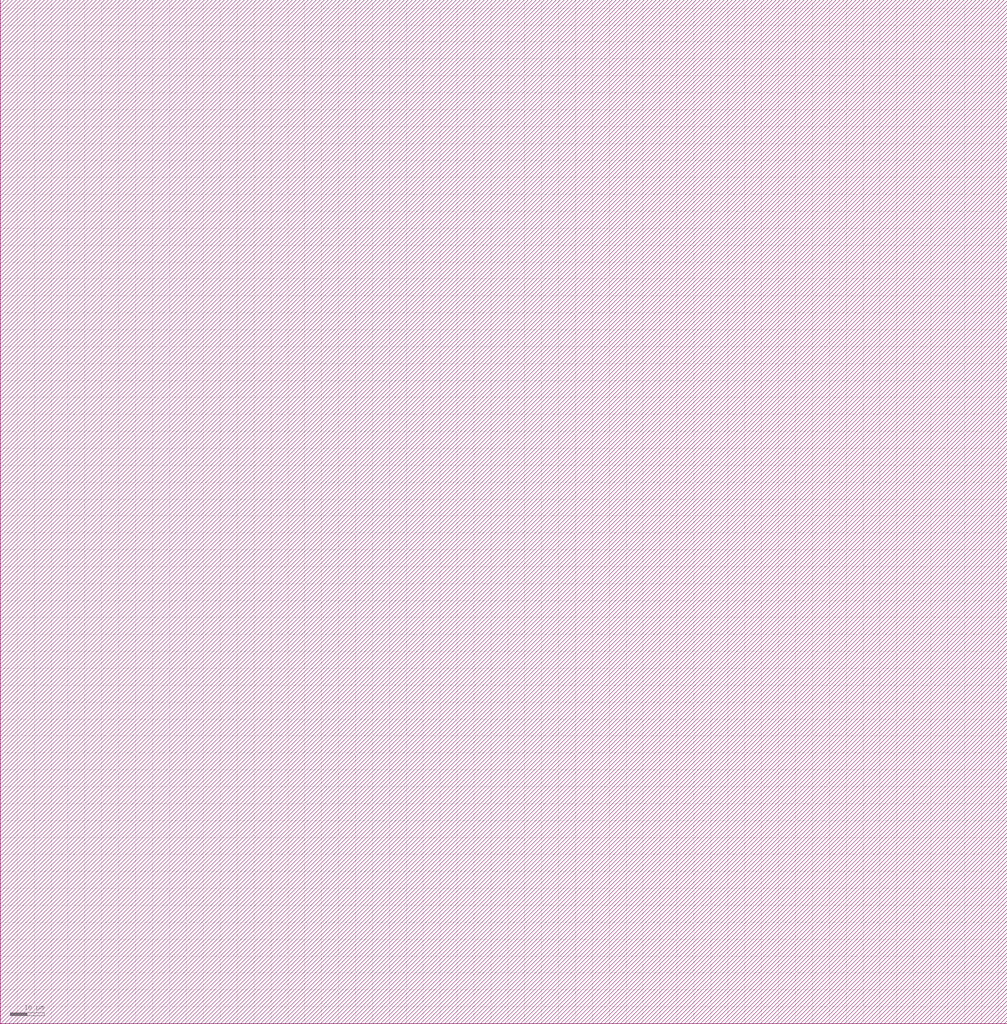
<source format=lef>
VERSION 5.6 ;

BUSBITCHARS "[]" ;

DIVIDERCHAR "/" ;

UNITS
    DATABASE MICRONS 1000 ;
END UNITS

MANUFACTURINGGRID 0.005000 ; 

CLEARANCEMEASURE EUCLIDEAN ; 

USEMINSPACING OBS ON ; 

SITE CoreSite
    CLASS CORE ;
    SIZE 0.600000 BY 0.300000 ;
END CoreSite

LAYER li
   TYPE ROUTING ;
   DIRECTION VERTICAL ;
   MINWIDTH 0.300000 ;
   AREA 0.056250 ;
   WIDTH 0.300000 ;
   SPACINGTABLE
      PARALLELRUNLENGTH 0.0
      WIDTH 0.0 0.225000 ;
   PITCH 0.600000 0.600000 ;
END li

LAYER mcon
    TYPE CUT ;
    SPACING 0.225000 ;
    WIDTH 0.300000 ;
    ENCLOSURE ABOVE 0.075000 0.075000 ;
    ENCLOSURE BELOW 0.000000 0.000000 ;
END mcon

LAYER met1
   TYPE ROUTING ;
   DIRECTION HORIZONTAL ;
   MINWIDTH 0.150000 ;
   AREA 0.084375 ;
   WIDTH 0.150000 ;
   SPACINGTABLE
      PARALLELRUNLENGTH 0.0
      WIDTH 0.0 0.150000 ;
   PITCH 0.300000 0.300000 ;
END met1

LAYER v1
    TYPE CUT ;
    SPACING 0.075000 ;
    WIDTH 0.300000 ;
    ENCLOSURE ABOVE 0.075000 0.075000 ;
    ENCLOSURE BELOW 0.075000 0.075000 ;
END v1

LAYER met2
   TYPE ROUTING ;
   DIRECTION VERTICAL ;
   MINWIDTH 0.150000 ;
   AREA 0.073125 ;
   WIDTH 0.150000 ;
   SPACINGTABLE
      PARALLELRUNLENGTH 0.0
      WIDTH 0.0 0.150000 ;
   PITCH 0.300000 0.300000 ;
END met2

LAYER v2
    TYPE CUT ;
    SPACING 0.150000 ;
    WIDTH 0.300000 ;
    ENCLOSURE ABOVE 0.075000 0.075000 ;
    ENCLOSURE BELOW 0.075000 0.000000 ;
END v2

LAYER met3
   TYPE ROUTING ;
   DIRECTION HORIZONTAL ;
   MINWIDTH 0.300000 ;
   AREA 0.241875 ;
   WIDTH 0.300000 ;
   SPACINGTABLE
      PARALLELRUNLENGTH 0.0
      WIDTH 0.0 0.300000 ;
   PITCH 0.600000 0.600000 ;
END met3

LAYER v3
    TYPE CUT ;
    SPACING 0.150000 ;
    WIDTH 0.450000 ;
    ENCLOSURE ABOVE 0.075000 0.075000 ;
    ENCLOSURE BELOW 0.075000 0.000000 ;
END v3

LAYER met4
   TYPE ROUTING ;
   DIRECTION VERTICAL ;
   MINWIDTH 0.300000 ;
   AREA 0.241875 ;
   WIDTH 0.300000 ;
   SPACINGTABLE
      PARALLELRUNLENGTH 0.0
      WIDTH 0.0 0.300000 ;
   PITCH 0.600000 0.600000 ;
END met4

LAYER v4
    TYPE CUT ;
    SPACING 0.450000 ;
    WIDTH 1.200000 ;
    ENCLOSURE ABOVE 0.150000 0.150000 ;
    ENCLOSURE BELOW 0.000000 0.000000 ;
END v4

LAYER met5
   TYPE ROUTING ;
   DIRECTION HORIZONTAL ;
   MINWIDTH 1.650000 ;
   AREA 4.005000 ;
   WIDTH 1.650000 ;
   SPACINGTABLE
      PARALLELRUNLENGTH 0.0
      WIDTH 0.0 1.650000 ;
   PITCH 3.300000 3.300000 ;
END met5

LAYER OVERLAP
   TYPE OVERLAP ;
END OVERLAP

VIA mcon_C DEFAULT
   LAYER li ;
     RECT -0.150000 -0.150000 0.150000 0.150000 ;
   LAYER mcon ;
     RECT -0.150000 -0.150000 0.150000 0.150000 ;
   LAYER met1 ;
     RECT -0.225000 -0.225000 0.225000 0.225000 ;
END mcon_C

VIA v1_C DEFAULT
   LAYER met1 ;
     RECT -0.225000 -0.225000 0.225000 0.225000 ;
   LAYER v1 ;
     RECT -0.150000 -0.150000 0.150000 0.150000 ;
   LAYER met2 ;
     RECT -0.225000 -0.225000 0.225000 0.225000 ;
END v1_C

VIA v2_C DEFAULT
   LAYER met2 ;
     RECT -0.150000 -0.225000 0.150000 0.225000 ;
   LAYER v2 ;
     RECT -0.150000 -0.150000 0.150000 0.150000 ;
   LAYER met3 ;
     RECT -0.225000 -0.225000 0.225000 0.225000 ;
END v2_C

VIA v2_Ch
   LAYER met2 ;
     RECT -0.225000 -0.150000 0.225000 0.150000 ;
   LAYER v2 ;
     RECT -0.150000 -0.150000 0.150000 0.150000 ;
   LAYER met3 ;
     RECT -0.225000 -0.225000 0.225000 0.225000 ;
END v2_Ch

VIA v2_Cv
   LAYER met2 ;
     RECT -0.150000 -0.225000 0.150000 0.225000 ;
   LAYER v2 ;
     RECT -0.150000 -0.150000 0.150000 0.150000 ;
   LAYER met3 ;
     RECT -0.225000 -0.225000 0.225000 0.225000 ;
END v2_Cv

VIA v3_C DEFAULT
   LAYER met3 ;
     RECT -0.300000 -0.225000 0.300000 0.225000 ;
   LAYER v3 ;
     RECT -0.225000 -0.225000 0.225000 0.225000 ;
   LAYER met4 ;
     RECT -0.300000 -0.300000 0.300000 0.300000 ;
END v3_C

VIA v3_Ch
   LAYER met3 ;
     RECT -0.300000 -0.225000 0.300000 0.225000 ;
   LAYER v3 ;
     RECT -0.225000 -0.225000 0.225000 0.225000 ;
   LAYER met4 ;
     RECT -0.300000 -0.300000 0.300000 0.300000 ;
END v3_Ch

VIA v3_Cv
   LAYER met3 ;
     RECT -0.300000 -0.225000 0.300000 0.225000 ;
   LAYER v3 ;
     RECT -0.225000 -0.225000 0.225000 0.225000 ;
   LAYER met4 ;
     RECT -0.300000 -0.300000 0.300000 0.300000 ;
END v3_Cv

VIA v4_C DEFAULT
   LAYER met4 ;
     RECT -0.600000 -0.600000 0.600000 0.600000 ;
   LAYER v4 ;
     RECT -0.600000 -0.600000 0.600000 0.600000 ;
   LAYER met5 ;
     RECT -0.750000 -0.750000 0.750000 0.750000 ;
END v4_C

MACRO _0_0std_0_0cells_0_0LATCH
    CLASS CORE ;
    FOREIGN _0_0std_0_0cells_0_0LATCH 0.000000 0.000000 ;
    ORIGIN 0.000000 0.000000 ;
    SIZE 7.800000 BY 5.400000 ;
    SYMMETRY X Y ;
    SITE CoreSite ;
    PIN CLK
        DIRECTION INPUT ;
        USE SIGNAL ;
        PORT
        LAYER li ;
        RECT 2.250000 0.900000 2.700000 1.200000 ;
        RECT 2.250000 0.825000 3.600000 0.900000 ;
        RECT 2.250000 0.600000 2.475000 0.825000 ;
        RECT 2.250000 0.525000 2.475000 0.600000 ;
        RECT 2.475000 0.600000 3.300000 0.825000 ;
        RECT 3.000000 4.800000 3.300000 5.100000 ;
        RECT 3.000000 4.350000 3.225000 4.800000 ;
        RECT 3.300000 0.600000 3.525000 0.825000 ;
        RECT 3.525000 0.600000 3.600000 0.825000 ;
        END
        ANTENNAGATEAREA 0.506250 ;
    END CLK
    PIN D
        DIRECTION INPUT ;
        USE SIGNAL ;
        PORT
        LAYER li ;
        RECT 6.300000 4.350000 6.525000 4.425000 ;
        RECT 6.300000 4.125000 6.525000 4.350000 ;
        RECT 6.300000 3.975000 7.425000 4.125000 ;
        RECT 6.525000 4.125000 7.425000 4.200000 ;
        RECT 7.200000 4.800000 7.500000 5.100000 ;
        RECT 7.200000 4.200000 7.425000 4.800000 ;
        END
        ANTENNAGATEAREA 0.337500 ;
    END D
    PIN Q
        DIRECTION OUTPUT ;
        USE SIGNAL ;
        PORT
        LAYER li ;
        RECT 0.600000 4.125000 0.900000 5.100000 ;
        RECT 0.600000 3.900000 1.500000 4.125000 ;
        RECT 1.275000 3.675000 1.500000 3.900000 ;
        RECT 1.275000 3.450000 1.500000 3.675000 ;
        RECT 1.275000 3.375000 1.500000 3.450000 ;
        RECT 1.275000 3.150000 1.500000 3.375000 ;
        RECT 1.275000 1.725000 1.500000 3.150000 ;
        RECT 1.275000 1.500000 1.500000 1.725000 ;
        RECT 1.275000 1.425000 1.500000 1.500000 ;
        RECT 5.250000 3.450000 5.325000 3.675000 ;
        RECT 5.325000 3.450000 5.550000 3.675000 ;
        RECT 5.550000 3.450000 5.625000 3.675000 ;
        LAYER mcon ;
        RECT 1.275000 3.450000 1.500000 3.675000 ;
        RECT 5.325000 3.450000 5.550000 3.675000 ;
        LAYER met1 ;
        RECT 1.200000 3.675000 5.625000 3.750000 ;
        RECT 1.200000 3.450000 1.275000 3.675000 ;
        RECT 1.200000 3.375000 5.625000 3.450000 ;
        RECT 1.275000 3.450000 1.500000 3.675000 ;
        RECT 1.500000 3.450000 5.325000 3.675000 ;
        RECT 5.325000 3.450000 5.550000 3.675000 ;
        RECT 5.550000 3.450000 5.625000 3.675000 ;
        END
        ANTENNAGATEAREA 0.225000 ;
        ANTENNADIFFAREA 0.703125 ;
    END Q
    PIN Vdd
        DIRECTION INPUT ;
        USE POWER ;
        PORT
        LAYER li ;
        RECT 1.800000 3.975000 1.875000 4.200000 ;
        RECT 1.800000 3.375000 2.100000 3.975000 ;
        RECT 1.800000 3.150000 2.025000 3.375000 ;
        RECT 1.800000 3.075000 2.100000 3.150000 ;
        RECT 1.875000 3.975000 2.100000 4.200000 ;
        RECT 2.025000 3.150000 2.100000 3.375000 ;
        RECT 5.850000 3.000000 6.075000 3.975000 ;
        RECT 5.850000 2.775000 6.075000 3.000000 ;
        RECT 5.850000 2.700000 6.075000 2.775000 ;
        RECT 5.850000 4.200000 6.075000 4.275000 ;
        RECT 5.850000 3.975000 6.075000 4.200000 ;
        LAYER mcon ;
        RECT 1.875000 3.975000 2.100000 4.200000 ;
        RECT 5.850000 3.975000 6.075000 4.200000 ;
        LAYER met1 ;
        RECT 1.800000 4.200000 6.150000 4.275000 ;
        RECT 1.800000 3.975000 1.875000 4.200000 ;
        RECT 1.800000 3.900000 6.150000 3.975000 ;
        RECT 1.875000 3.975000 2.100000 4.200000 ;
        RECT 2.100000 3.975000 5.850000 4.200000 ;
        RECT 5.850000 3.975000 6.075000 4.200000 ;
        RECT 6.075000 3.975000 6.150000 4.200000 ;
        END
        ANTENNADIFFAREA 1.040625 ;
    END Vdd
    PIN GND
        DIRECTION INPUT ;
        USE GROUND ;
        PORT
        LAYER li ;
        RECT 1.800000 1.350000 2.025000 1.425000 ;
        RECT 1.800000 1.125000 2.025000 1.350000 ;
        RECT 1.800000 1.050000 2.025000 1.125000 ;
        RECT 5.700000 1.350000 5.925000 1.425000 ;
        RECT 5.325000 0.975000 5.400000 1.200000 ;
        RECT 5.325000 0.900000 5.925000 0.975000 ;
        RECT 5.400000 0.975000 5.625000 1.200000 ;
        RECT 5.625000 1.125000 5.700000 1.200000 ;
        RECT 5.625000 0.975000 5.925000 1.125000 ;
        RECT 5.700000 1.125000 5.925000 1.350000 ;
        LAYER mcon ;
        RECT 1.800000 1.125000 2.025000 1.350000 ;
        RECT 5.400000 0.975000 5.625000 1.200000 ;
        LAYER met1 ;
        RECT 1.725000 1.350000 2.100000 1.425000 ;
        RECT 1.725000 1.125000 1.800000 1.350000 ;
        RECT 1.725000 0.975000 5.400000 1.125000 ;
        RECT 1.725000 0.900000 5.700000 0.975000 ;
        RECT 1.800000 1.125000 2.025000 1.350000 ;
        RECT 5.400000 0.975000 5.625000 1.200000 ;
        RECT 2.025000 1.275000 2.100000 1.350000 ;
        RECT 2.025000 1.200000 5.700000 1.275000 ;
        RECT 2.025000 1.125000 5.400000 1.200000 ;
        RECT 5.625000 0.975000 5.700000 1.200000 ;
        END
        ANTENNADIFFAREA 0.675000 ;
    END GND
    OBS
        LAYER li ;
        RECT 1.350000 0.450000 1.425000 0.675000 ;
        RECT 1.425000 0.450000 1.650000 0.675000 ;
        RECT 2.325000 1.725000 2.550000 3.150000 ;
        RECT 2.325000 1.500000 2.550000 1.725000 ;
        RECT 1.650000 0.450000 1.725000 0.675000 ;
        RECT 2.325000 4.125000 3.975000 4.350000 ;
        RECT 2.325000 3.375000 2.550000 4.125000 ;
        RECT 3.975000 4.125000 4.200000 4.350000 ;
        RECT 2.325000 3.150000 2.550000 3.375000 ;
        RECT 3.825000 0.450000 4.050000 0.675000 ;
        RECT 3.825000 0.375000 4.050000 0.450000 ;
        RECT 4.200000 4.125000 4.275000 4.350000 ;
        RECT 3.075000 2.400000 3.150000 2.625000 ;
        RECT 3.075000 1.500000 3.150000 1.725000 ;
        RECT 3.825000 1.350000 4.050000 2.400000 ;
        RECT 3.825000 1.125000 4.050000 1.350000 ;
        RECT 3.150000 2.400000 3.375000 2.625000 ;
        RECT 3.150000 1.500000 3.375000 1.725000 ;
        RECT 3.375000 2.400000 3.450000 2.625000 ;
        RECT 3.375000 1.500000 3.450000 1.725000 ;
        RECT 2.325000 1.425000 2.550000 1.500000 ;
        RECT 4.275000 1.500000 4.350000 1.725000 ;
        RECT 4.350000 1.500000 4.575000 1.725000 ;
        RECT 3.825000 0.675000 4.050000 1.125000 ;
        RECT 3.825000 2.625000 4.050000 2.700000 ;
        RECT 3.825000 2.400000 4.050000 2.625000 ;
        RECT 4.575000 1.500000 5.175000 1.725000 ;
        RECT 5.100000 2.400000 5.175000 2.625000 ;
        RECT 5.175000 1.500000 5.400000 1.725000 ;
        RECT 4.275000 2.925000 4.350000 3.150000 ;
        RECT 5.175000 2.400000 5.400000 2.625000 ;
        RECT 5.400000 1.500000 5.475000 1.725000 ;
        RECT 4.350000 2.925000 4.575000 3.150000 ;
        RECT 5.400000 2.400000 5.475000 2.625000 ;
        RECT 4.575000 2.925000 4.650000 3.150000 ;
        RECT 6.300000 1.500000 6.375000 1.725000 ;
        RECT 6.375000 1.500000 6.600000 1.725000 ;
        RECT 6.300000 2.925000 6.375000 3.150000 ;
        RECT 6.600000 1.500000 6.675000 1.725000 ;
        RECT 6.375000 2.925000 6.600000 3.150000 ;
        RECT 6.600000 2.925000 6.675000 3.150000 ;
        LAYER met1 ;
        RECT 1.200000 0.675000 4.125000 0.750000 ;
        RECT 1.200000 0.450000 1.425000 0.675000 ;
        RECT 1.200000 0.375000 4.125000 0.450000 ;
        RECT 1.425000 0.450000 1.650000 0.675000 ;
        RECT 1.650000 0.450000 3.825000 0.675000 ;
        RECT 3.825000 0.450000 4.050000 0.675000 ;
        RECT 4.050000 0.450000 4.125000 0.675000 ;
        RECT 3.075000 2.625000 5.475000 2.700000 ;
        RECT 3.075000 2.400000 3.150000 2.625000 ;
        RECT 3.075000 2.325000 5.475000 2.400000 ;
        RECT 3.075000 1.725000 6.675000 1.800000 ;
        RECT 3.075000 1.500000 3.150000 1.725000 ;
        RECT 3.075000 1.425000 6.675000 1.500000 ;
        RECT 3.150000 2.400000 3.375000 2.625000 ;
        RECT 3.150000 1.500000 3.375000 1.725000 ;
        RECT 3.375000 2.400000 5.175000 2.625000 ;
        RECT 3.375000 1.500000 6.375000 1.725000 ;
        RECT 4.275000 3.150000 6.675000 3.225000 ;
        RECT 4.275000 2.925000 4.350000 3.150000 ;
        RECT 4.275000 2.850000 6.675000 2.925000 ;
        RECT 5.175000 2.400000 5.400000 2.625000 ;
        RECT 6.375000 1.500000 6.600000 1.725000 ;
        RECT 4.350000 2.925000 4.575000 3.150000 ;
        RECT 5.400000 2.400000 5.475000 2.625000 ;
        RECT 6.600000 1.500000 6.675000 1.725000 ;
        RECT 4.575000 2.925000 6.375000 3.150000 ;
        RECT 6.375000 2.925000 6.600000 3.150000 ;
        RECT 6.600000 2.925000 6.675000 3.150000 ;
    END
END _0_0std_0_0cells_0_0LATCH

MACRO welltap_svt
    CLASS CORE WELLTAP ;
    FOREIGN welltap_svt 0.000000 0.000000 ;
    ORIGIN 0.000000 0.000000 ;
    SIZE 1.200000 BY 2.100000 ;
    SYMMETRY X Y ;
    SITE CoreSite ;
    PIN Vdd
        DIRECTION INPUT ;
        USE POWER ;
        PORT
        LAYER li ;
        RECT 0.525000 1.725000 0.900000 1.800000 ;
        RECT 0.525000 1.500000 0.600000 1.725000 ;
        RECT 0.525000 1.425000 0.900000 1.500000 ;
        RECT 0.600000 1.500000 0.825000 1.725000 ;
        RECT 0.825000 1.500000 0.900000 1.725000 ;
        LAYER mcon ;
        RECT 0.600000 1.500000 0.825000 1.725000 ;
        LAYER met1 ;
        RECT 0.525000 1.725000 0.900000 1.800000 ;
        RECT 0.525000 1.500000 0.600000 1.725000 ;
        RECT 0.525000 1.425000 0.900000 1.500000 ;
        RECT 0.600000 1.500000 0.825000 1.725000 ;
        RECT 0.825000 1.500000 0.900000 1.725000 ;
        END
    END Vdd
    PIN GND
        DIRECTION INPUT ;
        USE GROUND ;
        PORT
        LAYER li ;
        RECT 0.525000 0.525000 0.900000 0.600000 ;
        RECT 0.525000 0.300000 0.600000 0.525000 ;
        RECT 0.525000 0.225000 0.900000 0.300000 ;
        RECT 0.600000 0.300000 0.825000 0.525000 ;
        RECT 0.825000 0.300000 0.900000 0.525000 ;
        LAYER mcon ;
        RECT 0.600000 0.300000 0.825000 0.525000 ;
        LAYER met1 ;
        RECT 0.525000 0.525000 0.900000 0.600000 ;
        RECT 0.525000 0.300000 0.600000 0.525000 ;
        RECT 0.525000 0.225000 0.900000 0.300000 ;
        RECT 0.600000 0.300000 0.825000 0.525000 ;
        RECT 0.825000 0.300000 0.900000 0.525000 ;
        END
    END GND
END welltap_svt

MACRO circuitppnp
   CLASS CORE ;
   FOREIGN circuitppnp 0.000000 0.000000 ;
   ORIGIN 0.000000 0.000000 ; 
   SIZE 297.600000 BY 302.400000 ; 
   SYMMETRY X Y ;
   SITE CoreSite ;
END circuitppnp

MACRO circuitwell
   CLASS CORE ;
   FOREIGN circuitwell 0.000000 0.000000 ;
   ORIGIN 0.000000 0.000000 ; 
   SIZE 297.600000 BY 302.400000 ; 
   SYMMETRY X Y ;
   SITE CoreSite ;
END circuitwell


</source>
